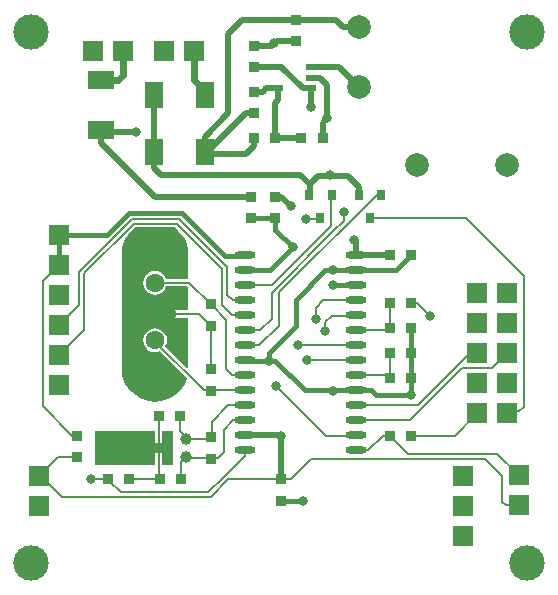
<source format=gtl>
G04 Layer_Physical_Order=1*
G04 Layer_Color=255*
%FSLAX44Y44*%
%MOMM*%
G71*
G01*
G75*
%ADD10R,0.9000X0.9000*%
%ADD11R,0.9000X0.9000*%
%ADD12R,2.3000X1.5200*%
%ADD13R,1.5200X2.3000*%
%ADD14R,0.8000X0.9000*%
%ADD15O,1.8000X0.6000*%
%ADD16R,0.9500X0.5500*%
%ADD17C,0.2000*%
%ADD18C,0.5000*%
%ADD19C,0.4000*%
%ADD20C,0.6000*%
%ADD21C,3.0000*%
%ADD22C,2.0000*%
%ADD23R,1.8000X1.8000*%
%ADD24C,1.6000*%
%ADD25C,1.0000*%
%ADD26R,1.8000X1.8000*%
%ADD27C,0.8000*%
G36*
X151509Y314223D02*
X154860Y311360D01*
X157723Y308009D01*
X160025Y304251D01*
X161712Y300179D01*
X162741Y295894D01*
X163080Y291586D01*
X163000Y291500D01*
X163000D01*
X163018Y271457D01*
X162120Y270559D01*
X144557D01*
X143735Y272543D01*
X142132Y274632D01*
X140043Y276235D01*
X137611Y277243D01*
X135000Y277586D01*
X132389Y277243D01*
X129957Y276235D01*
X127868Y274632D01*
X126265Y272543D01*
X125257Y270110D01*
X124914Y267500D01*
X125257Y264890D01*
X126265Y262457D01*
X127868Y260368D01*
X129957Y258765D01*
X132389Y257757D01*
X135000Y257414D01*
X137611Y257757D01*
X140043Y258765D01*
X142132Y260368D01*
X143735Y262457D01*
X144557Y264441D01*
X162233D01*
X163025Y263649D01*
X163042Y244957D01*
X162144Y244059D01*
X148250D01*
X147079Y243826D01*
X146087Y243163D01*
X145424Y242171D01*
X145191Y241000D01*
X145424Y239830D01*
X146087Y238837D01*
X147079Y238174D01*
X148250Y237941D01*
X163048D01*
X163086Y195736D01*
X161816Y195210D01*
X143576Y213450D01*
X143735Y213657D01*
X144743Y216089D01*
X145086Y218700D01*
X144743Y221311D01*
X143735Y223743D01*
X142132Y225832D01*
X140043Y227435D01*
X137611Y228443D01*
X135000Y228786D01*
X132389Y228443D01*
X129957Y227435D01*
X127868Y225832D01*
X126265Y223743D01*
X125257Y221311D01*
X124914Y218700D01*
X125257Y216089D01*
X126265Y213657D01*
X127868Y211568D01*
X129957Y209965D01*
X132389Y208957D01*
X135000Y208614D01*
X137611Y208957D01*
X138888Y209487D01*
X161836Y186538D01*
X161712Y186021D01*
X160025Y181949D01*
X157723Y178191D01*
X154860Y174840D01*
X151509Y171978D01*
X147751Y169675D01*
X143679Y167988D01*
X139394Y166959D01*
X135000Y166613D01*
X130606Y166959D01*
X126321Y167988D01*
X122249Y169675D01*
X118491Y171978D01*
X115140Y174840D01*
X112277Y178191D01*
X109975Y181949D01*
X108288Y186021D01*
X107259Y190306D01*
X106920Y194614D01*
X107000Y194700D01*
X107000D01*
X106913Y291500D01*
X107259Y295894D01*
X108288Y300179D01*
X109975Y304251D01*
X112277Y308009D01*
X113952Y309969D01*
X116531Y312548D01*
X118491Y314223D01*
X118848Y314441D01*
X151152D01*
X151509Y314223D01*
D02*
G37*
G36*
X150000Y113000D02*
X141059D01*
Y142250D01*
X150000D01*
Y113000D01*
D02*
G37*
G36*
X134941D02*
X84500D01*
Y142250D01*
X134941D01*
Y113000D01*
D02*
G37*
D10*
X182000Y176000D02*
D03*
Y194000D02*
D03*
Y249000D02*
D03*
Y231000D02*
D03*
X242000Y83000D02*
D03*
Y101000D02*
D03*
X69000Y138000D02*
D03*
Y120000D02*
D03*
X182000Y136500D02*
D03*
Y118500D02*
D03*
X216000Y340000D02*
D03*
Y322000D02*
D03*
X237000Y322000D02*
D03*
Y340000D02*
D03*
X219000Y429000D02*
D03*
Y411000D02*
D03*
Y468000D02*
D03*
Y450000D02*
D03*
X254000Y472000D02*
D03*
Y490000D02*
D03*
D11*
X157000Y101000D02*
D03*
X139000D02*
D03*
X352000Y290500D02*
D03*
X334000D02*
D03*
X156000Y154250D02*
D03*
X138000D02*
D03*
X352000Y187000D02*
D03*
X334000D02*
D03*
X352000Y208000D02*
D03*
X334000D02*
D03*
X95000Y101000D02*
D03*
X113000D02*
D03*
X334000Y138000D02*
D03*
X352000D02*
D03*
X334000Y250000D02*
D03*
X352000D02*
D03*
X219000Y390000D02*
D03*
X237000D02*
D03*
X259000D02*
D03*
X277000D02*
D03*
X352000Y229000D02*
D03*
X334000D02*
D03*
D12*
X89000Y439000D02*
D03*
Y396300D02*
D03*
D13*
X177000Y378000D02*
D03*
X134300D02*
D03*
X177000Y426000D02*
D03*
X134300D02*
D03*
D14*
X317000Y322000D02*
D03*
X307500Y342000D02*
D03*
X326500D02*
D03*
X275000Y322000D02*
D03*
X265500Y342000D02*
D03*
X284500D02*
D03*
D15*
X305000Y125450D02*
D03*
Y138150D02*
D03*
Y150850D02*
D03*
Y163550D02*
D03*
Y176250D02*
D03*
Y188950D02*
D03*
Y201650D02*
D03*
Y214350D02*
D03*
Y227050D02*
D03*
Y239750D02*
D03*
Y252450D02*
D03*
Y265150D02*
D03*
Y277850D02*
D03*
Y290550D02*
D03*
X211000Y125450D02*
D03*
Y138150D02*
D03*
Y150850D02*
D03*
Y163550D02*
D03*
Y176250D02*
D03*
Y188950D02*
D03*
Y201650D02*
D03*
Y214350D02*
D03*
Y227050D02*
D03*
Y239750D02*
D03*
Y252450D02*
D03*
Y265150D02*
D03*
Y277850D02*
D03*
Y290550D02*
D03*
D16*
X266750Y432000D02*
D03*
Y441000D02*
D03*
Y450000D02*
D03*
X239250D02*
D03*
Y432000D02*
D03*
D17*
X54000Y231800D02*
X70750Y248550D01*
X54000Y206400D02*
X75000Y227400D01*
X223350Y214350D02*
X240000Y231000D01*
X211000Y214350D02*
X223350D01*
X65000Y138000D02*
X69000D01*
X40000Y163000D02*
X65000Y138000D01*
X40000Y163000D02*
Y268600D01*
X54000Y282600D01*
X322657Y342000D02*
X326500D01*
X240000Y259343D02*
X322657Y342000D01*
X305000Y150850D02*
X350850D01*
X305000Y163550D02*
X357550D01*
X424900Y122500D02*
X443000Y104400D01*
X349500Y122500D02*
X424900D01*
X334000Y138000D02*
X349500Y122500D01*
X414500Y118500D02*
X429000Y104000D01*
X240000Y231000D02*
Y259343D01*
X234000Y237000D02*
Y259000D01*
X224050Y227050D02*
X234000Y237000D01*
X211000Y227050D02*
X224050D01*
X237741Y179759D02*
X280000Y137500D01*
X237512Y179759D02*
X237741D01*
X271250Y237000D02*
Y246250D01*
X277500Y252500D01*
X303951D01*
X234150Y265150D02*
X284000Y315000D01*
X279000Y226750D02*
Y233750D01*
X263000Y321000D02*
X275000D01*
X284000Y315000D02*
Y341500D01*
X279000Y233750D02*
X284750Y239500D01*
X304250D01*
X280000Y137500D02*
X304350D01*
X315450Y125450D02*
X328000Y138000D01*
X305000Y125450D02*
X315450D01*
X328000Y138000D02*
X334000D01*
X357000Y250000D02*
X368000Y239000D01*
X352000Y250000D02*
X357000D01*
X180000Y90000D02*
X193000Y103000D01*
X106000Y90000D02*
X180000D01*
X96974Y99026D02*
X106000Y90000D01*
X182000Y86000D02*
X197000Y101000D01*
X56000Y86000D02*
X182000D01*
X37500Y104500D02*
X56000Y86000D01*
X211000Y265150D02*
X234150D01*
X402000Y208000D02*
X408000D01*
X357550Y163550D02*
X402000Y208000D01*
X429000Y82000D02*
Y104000D01*
Y82000D02*
X432000Y79000D01*
X443000D01*
X81000Y101000D02*
X95000D01*
X53000Y120000D02*
X69000D01*
X37000Y104000D02*
X53000Y120000D01*
X92736Y100000D02*
X97948D01*
X305050Y227000D02*
X334000D01*
X334000Y229000D02*
Y250000D01*
X138000Y102001D02*
Y154250D01*
Y102001D02*
X139000Y101001D01*
X113000D02*
X139000D01*
X139000Y101000D01*
X334000Y227000D02*
X334000Y227000D01*
X211000Y121000D02*
Y125450D01*
X305050Y227000D02*
X305050Y227000D01*
X334000Y187000D02*
Y189000D01*
Y208000D01*
X305050Y189000D02*
X334000D01*
X350850Y150850D02*
X395000Y195000D01*
X234000Y259000D02*
X286000Y311000D01*
X284000Y341500D02*
X284500Y342000D01*
X295000Y320000D02*
Y327000D01*
X286000Y311000D02*
X295000Y320000D01*
X96974Y99026D02*
X97948Y100000D01*
X197000Y101000D02*
X242000Y101000D01*
X193000Y103000D02*
Y103243D01*
X194757Y105000D01*
X195000D01*
X211000Y121000D01*
X156000Y142001D02*
Y154250D01*
X200850Y150850D02*
X211000D01*
X161000Y137000D02*
X161000D01*
X156000Y142001D02*
X161000Y137000D01*
X197050Y163550D02*
X211000D01*
X183000Y139000D02*
Y149500D01*
X197050Y163550D01*
X255750Y214350D02*
X305000D01*
X263500Y201650D02*
X305000D01*
X304451Y252999D02*
X305000Y252450D01*
X304750Y240000D02*
X305000Y239750D01*
X161000Y137000D02*
X162750Y135250D01*
X179250D01*
X183000Y139000D01*
X157000Y101000D02*
Y115250D01*
X160750Y119000D01*
X188250D01*
X193000Y123750D01*
Y143000D01*
X200850Y150850D01*
X320000Y322000D02*
X398000D01*
X447250Y272750D01*
X443400Y158400D02*
X447250Y162250D01*
Y272750D01*
X356001Y138000D02*
X388800D01*
X408000Y157200D01*
X433400Y158400D02*
X443400D01*
X395000Y195000D02*
X420400D01*
X433400Y208000D01*
X70750Y248550D02*
Y276750D01*
X115500Y321500D01*
X75000Y227400D02*
Y275343D01*
X117157Y317500D01*
X200500Y239750D02*
X211000D01*
X200800Y252450D02*
X211000D01*
X133450Y219250D02*
X176450Y176250D01*
X211000D01*
X196000Y257250D02*
X200800Y252450D01*
X196000Y257250D02*
Y280407D01*
X192000Y248250D02*
X200500Y239750D01*
X192000Y248250D02*
Y278750D01*
X135000Y267500D02*
X163500D01*
X182000Y249000D01*
X200550Y188950D02*
X211000D01*
X195000Y194500D02*
X200550Y188950D01*
X195000Y194500D02*
Y236000D01*
X182000Y249000D02*
X195000Y236000D01*
X148250Y241000D02*
X172000D01*
X182000Y231000D01*
Y194000D02*
Y231000D01*
X117157Y317500D02*
X153250D01*
X192000Y278750D01*
X115500Y321500D02*
X154907D01*
X196000Y280407D01*
X267000Y118500D02*
X414500D01*
X242000Y101250D02*
X249750D01*
X267000Y118500D01*
D18*
X135000Y340000D02*
X216000D01*
X89000Y386000D02*
X135000Y340000D01*
X134300Y364700D02*
Y378000D01*
Y364700D02*
X140000Y359000D01*
X258000D01*
X275000Y441000D02*
X281000Y435000D01*
Y407000D02*
Y435000D01*
X277000Y403000D02*
X281000Y407000D01*
X211000Y138150D02*
X240600D01*
X219000Y383000D02*
Y390000D01*
X212000Y376000D02*
X219000Y383000D01*
X179000Y376000D02*
X212000D01*
X258000Y359000D02*
X266000Y351000D01*
Y345000D02*
Y351000D01*
X273000Y358000D01*
X90300Y395000D02*
X119000D01*
X266750Y415750D02*
Y432000D01*
X239250Y421750D02*
Y432000D01*
X219000Y450000D02*
X239250D01*
X229000Y432000D02*
X239250D01*
X226000Y429000D02*
X229000Y432000D01*
X219000Y429000D02*
X226000D01*
X209000Y490000D02*
X254000D01*
X219000Y468000D02*
X234000D01*
X238000Y472000D01*
X254000D01*
X197000Y478000D02*
X209000Y490000D01*
X242000Y450000D02*
X260000Y432000D01*
X266750D01*
Y441000D02*
X275000D01*
X291000Y450000D02*
X308000Y433000D01*
X266750Y450000D02*
X291000D01*
X254000Y490000D02*
X288000D01*
X294200Y483800D01*
X308000D01*
X177000Y391000D02*
X197000Y411000D01*
Y478000D01*
X177000Y376000D02*
X212000Y411000D01*
X219000D01*
X177000Y378000D02*
Y391000D01*
X134300Y378000D02*
Y426000D01*
X237000Y390000D02*
Y419500D01*
X239250Y421750D01*
X237000Y390000D02*
X259000D01*
X277000D02*
Y403000D01*
X237000Y340000D02*
X242000D01*
X250000Y332000D01*
X89000Y386000D02*
Y396300D01*
X305000Y290550D02*
X333950D01*
X273000Y358000D02*
X298250Y358000D01*
X307500Y348750D01*
Y345000D02*
Y348750D01*
X305000Y290550D02*
Y301500D01*
X242000Y101250D02*
Y136750D01*
D19*
X54000Y282600D02*
Y308000D01*
X278850Y277850D02*
X286000D01*
X236571Y201500D02*
X261821Y176250D01*
X286600Y265150D02*
X305000D01*
X232350Y277850D02*
X251750Y297250D01*
X211000Y277850D02*
X232350D01*
X237000Y312000D02*
X251750Y297250D01*
X237000Y312000D02*
Y322000D01*
X240600Y138150D02*
X242000Y136750D01*
X286000Y277850D02*
X305000D01*
X322000Y172000D02*
X352000D01*
X317750Y176250D02*
X322000Y172000D01*
X305000Y176250D02*
X317750D01*
X239250Y450000D02*
X239250Y450000D01*
X239250Y432000D02*
X239250Y432000D01*
X254000Y490000D02*
X254000Y490000D01*
X219000Y468000D02*
X221000Y470000D01*
X239250Y450000D02*
X242000D01*
X352000Y172000D02*
Y227000D01*
X177000Y378000D02*
X179000Y376000D01*
X216000Y322000D02*
X237000D01*
X261821Y176250D02*
X305000D01*
X339350Y277850D02*
X352000Y290500D01*
X305000Y277850D02*
X339350D01*
X242000Y83000D02*
X260000D01*
X254000Y253000D02*
X278850Y277850D01*
X211150Y201500D02*
X231250D01*
X236571D01*
X231250D02*
Y208250D01*
X254000Y231000D01*
Y253000D01*
X157500Y326500D02*
X194000Y290000D01*
X210450D01*
X54000Y308000D02*
X94250D01*
X112750Y326500D01*
X157500D01*
X303250Y303250D02*
X305000Y301500D01*
D20*
X89000Y439000D02*
X104000D01*
X108000Y443000D01*
Y464000D01*
X168000Y439000D02*
X179000Y428000D01*
X168000Y439000D02*
Y464000D01*
D21*
X450000Y30000D02*
D03*
X30000D02*
D03*
X30000Y480000D02*
D03*
X450000D02*
D03*
D22*
X433100Y367000D02*
D03*
X356900D02*
D03*
X308000Y433000D02*
D03*
Y483800D02*
D03*
D23*
X433400Y258800D02*
D03*
Y233400D02*
D03*
Y208000D02*
D03*
Y182600D02*
D03*
Y157200D02*
D03*
X408000D02*
D03*
Y182600D02*
D03*
Y208000D02*
D03*
Y233400D02*
D03*
Y258800D02*
D03*
X396000Y53200D02*
D03*
Y78600D02*
D03*
Y104000D02*
D03*
X54000Y308000D02*
D03*
Y206400D02*
D03*
Y181000D02*
D03*
Y257200D02*
D03*
Y282600D02*
D03*
Y231800D02*
D03*
X37000Y78600D02*
D03*
Y104000D02*
D03*
X443000Y104400D02*
D03*
Y79000D02*
D03*
D24*
X135000Y267500D02*
D03*
Y218700D02*
D03*
D25*
X161250Y120000D02*
D03*
Y135000D02*
D03*
X148250Y241000D02*
D03*
X138000Y127250D02*
D03*
X135000Y191750D02*
D03*
Y294750D02*
D03*
D26*
X82600Y464000D02*
D03*
X108000D02*
D03*
X142600Y464000D02*
D03*
X168000D02*
D03*
D27*
X281000Y407000D02*
D03*
X303250Y303250D02*
D03*
X283250Y358500D02*
D03*
X285750Y176000D02*
D03*
X286000Y265750D02*
D03*
X251750Y297250D02*
D03*
X237512Y179759D02*
D03*
X263500Y202000D02*
D03*
X271250Y237000D02*
D03*
X279000Y226750D02*
D03*
X263000Y321000D02*
D03*
X286000Y277850D02*
D03*
X241250Y137500D02*
D03*
X368000Y239000D02*
D03*
X119000Y395000D02*
D03*
X81000Y101000D02*
D03*
X266750Y415750D02*
D03*
X236000Y470000D02*
D03*
X352000Y172000D02*
D03*
X250000Y332000D02*
D03*
X295000Y327000D02*
D03*
X255750Y214250D02*
D03*
X260000Y83000D02*
D03*
X231250Y201500D02*
D03*
M02*

</source>
